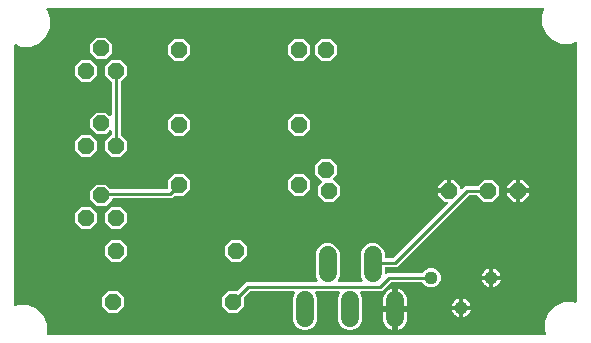
<source format=gbr>
G04 EAGLE Gerber RS-274X export*
G75*
%MOMM*%
%FSLAX34Y34*%
%LPD*%
%INBottom Copper*%
%IPPOS*%
%AMOC8*
5,1,8,0,0,1.08239X$1,22.5*%
G01*
%ADD10P,1.429621X8X22.500000*%
%ADD11C,1.524000*%
%ADD12C,1.117600*%
%ADD13P,1.429621X8X112.500000*%
%ADD14P,1.429621X8X202.500000*%
%ADD15C,0.254000*%

G36*
X459544Y2547D02*
X459544Y2547D01*
X459594Y2545D01*
X459701Y2567D01*
X459810Y2581D01*
X459856Y2599D01*
X459905Y2609D01*
X460004Y2657D01*
X460106Y2698D01*
X460146Y2727D01*
X460191Y2749D01*
X460274Y2820D01*
X460363Y2884D01*
X460395Y2923D01*
X460433Y2955D01*
X460496Y3045D01*
X460566Y3129D01*
X460587Y3174D01*
X460616Y3215D01*
X460655Y3318D01*
X460702Y3417D01*
X460711Y3466D01*
X460729Y3512D01*
X460741Y3622D01*
X460761Y3729D01*
X460758Y3779D01*
X460764Y3828D01*
X460748Y3937D01*
X460742Y4047D01*
X460726Y4094D01*
X460719Y4143D01*
X460667Y4296D01*
X459899Y6150D01*
X459899Y14170D01*
X462969Y21580D01*
X468640Y27251D01*
X476050Y30321D01*
X484070Y30321D01*
X485164Y29868D01*
X485212Y29854D01*
X485257Y29833D01*
X485365Y29813D01*
X485471Y29784D01*
X485521Y29783D01*
X485570Y29773D01*
X485679Y29780D01*
X485789Y29779D01*
X485837Y29790D01*
X485887Y29793D01*
X485991Y29827D01*
X486098Y29853D01*
X486142Y29876D01*
X486189Y29891D01*
X486282Y29950D01*
X486379Y30001D01*
X486416Y30035D01*
X486458Y30061D01*
X486533Y30141D01*
X486615Y30215D01*
X486642Y30257D01*
X486676Y30293D01*
X486729Y30389D01*
X486789Y30481D01*
X486806Y30528D01*
X486830Y30572D01*
X486857Y30678D01*
X486893Y30782D01*
X486897Y30831D01*
X486909Y30879D01*
X486919Y31040D01*
X486919Y249412D01*
X486913Y249461D01*
X486915Y249511D01*
X486893Y249618D01*
X486879Y249727D01*
X486861Y249774D01*
X486851Y249822D01*
X486803Y249921D01*
X486762Y250023D01*
X486733Y250063D01*
X486711Y250108D01*
X486640Y250191D01*
X486576Y250281D01*
X486537Y250312D01*
X486505Y250350D01*
X486415Y250413D01*
X486331Y250483D01*
X486286Y250505D01*
X486245Y250533D01*
X486142Y250572D01*
X486043Y250619D01*
X485994Y250628D01*
X485948Y250646D01*
X485838Y250658D01*
X485731Y250679D01*
X485681Y250676D01*
X485632Y250681D01*
X485523Y250666D01*
X485413Y250659D01*
X485366Y250644D01*
X485317Y250637D01*
X485164Y250585D01*
X481530Y249079D01*
X473510Y249079D01*
X466100Y252149D01*
X460429Y257820D01*
X457359Y265230D01*
X457359Y273250D01*
X459138Y277544D01*
X459146Y277574D01*
X459147Y277575D01*
X459147Y277577D01*
X459151Y277592D01*
X459172Y277637D01*
X459193Y277745D01*
X459222Y277851D01*
X459223Y277901D01*
X459232Y277950D01*
X459225Y278059D01*
X459227Y278169D01*
X459215Y278217D01*
X459212Y278267D01*
X459178Y278371D01*
X459153Y278478D01*
X459130Y278522D01*
X459114Y278569D01*
X459055Y278662D01*
X459004Y278759D01*
X458971Y278796D01*
X458944Y278838D01*
X458864Y278913D01*
X458790Y278995D01*
X458749Y279022D01*
X458712Y279056D01*
X458616Y279109D01*
X458524Y279169D01*
X458477Y279186D01*
X458434Y279210D01*
X458328Y279237D01*
X458224Y279273D01*
X458174Y279277D01*
X458126Y279289D01*
X457965Y279299D01*
X38823Y279299D01*
X38773Y279293D01*
X38724Y279295D01*
X38616Y279273D01*
X38507Y279259D01*
X38461Y279241D01*
X38412Y279231D01*
X38313Y279183D01*
X38211Y279142D01*
X38171Y279113D01*
X38127Y279091D01*
X38043Y279020D01*
X37954Y278956D01*
X37922Y278917D01*
X37885Y278885D01*
X37821Y278795D01*
X37751Y278711D01*
X37730Y278666D01*
X37701Y278625D01*
X37662Y278522D01*
X37616Y278423D01*
X37606Y278374D01*
X37589Y278328D01*
X37577Y278218D01*
X37556Y278111D01*
X37559Y278061D01*
X37553Y278012D01*
X37569Y277903D01*
X37576Y277793D01*
X37591Y277746D01*
X37598Y277697D01*
X37650Y277544D01*
X40481Y270710D01*
X40481Y262690D01*
X37411Y255280D01*
X31740Y249609D01*
X24330Y246539D01*
X16310Y246539D01*
X11916Y248359D01*
X11868Y248372D01*
X11823Y248394D01*
X11715Y248414D01*
X11609Y248443D01*
X11559Y248444D01*
X11510Y248453D01*
X11401Y248447D01*
X11291Y248448D01*
X11243Y248437D01*
X11193Y248434D01*
X11089Y248400D01*
X10982Y248374D01*
X10938Y248351D01*
X10891Y248336D01*
X10798Y248277D01*
X10701Y248225D01*
X10664Y248192D01*
X10622Y248165D01*
X10547Y248085D01*
X10465Y248012D01*
X10438Y247970D01*
X10404Y247934D01*
X10351Y247838D01*
X10291Y247746D01*
X10274Y247699D01*
X10250Y247655D01*
X10223Y247549D01*
X10187Y247445D01*
X10183Y247395D01*
X10171Y247347D01*
X10161Y247187D01*
X10161Y28185D01*
X10167Y28136D01*
X10165Y28086D01*
X10187Y27979D01*
X10201Y27870D01*
X10219Y27824D01*
X10229Y27775D01*
X10277Y27676D01*
X10318Y27574D01*
X10347Y27534D01*
X10369Y27489D01*
X10440Y27406D01*
X10504Y27317D01*
X10543Y27285D01*
X10575Y27247D01*
X10665Y27184D01*
X10749Y27114D01*
X10794Y27093D01*
X10835Y27064D01*
X10938Y27025D01*
X11037Y26978D01*
X11086Y26969D01*
X11132Y26951D01*
X11242Y26939D01*
X11349Y26919D01*
X11399Y26922D01*
X11448Y26916D01*
X11557Y26932D01*
X11667Y26938D01*
X11714Y26954D01*
X11763Y26961D01*
X11916Y27013D01*
X13770Y27781D01*
X21790Y27781D01*
X29200Y24711D01*
X34871Y19040D01*
X37941Y11630D01*
X37941Y3810D01*
X37956Y3692D01*
X37963Y3573D01*
X37976Y3535D01*
X37981Y3494D01*
X38024Y3384D01*
X38061Y3271D01*
X38083Y3236D01*
X38098Y3199D01*
X38167Y3103D01*
X38231Y3002D01*
X38261Y2974D01*
X38284Y2941D01*
X38376Y2865D01*
X38463Y2784D01*
X38498Y2764D01*
X38529Y2739D01*
X38637Y2688D01*
X38741Y2630D01*
X38781Y2620D01*
X38817Y2603D01*
X38934Y2581D01*
X39049Y2551D01*
X39109Y2547D01*
X39129Y2543D01*
X39150Y2545D01*
X39210Y2541D01*
X459495Y2541D01*
X459544Y2547D01*
G37*
%LPC*%
G36*
X254519Y6349D02*
X254519Y6349D01*
X250784Y7896D01*
X247926Y10754D01*
X246379Y14489D01*
X246379Y33771D01*
X247971Y37614D01*
X247983Y37656D01*
X247997Y37687D01*
X247998Y37691D01*
X248005Y37707D01*
X248026Y37815D01*
X248055Y37921D01*
X248056Y37971D01*
X248065Y38020D01*
X248058Y38129D01*
X248060Y38239D01*
X248049Y38287D01*
X248045Y38337D01*
X248012Y38441D01*
X247986Y38548D01*
X247963Y38592D01*
X247947Y38639D01*
X247889Y38732D01*
X247837Y38829D01*
X247804Y38866D01*
X247777Y38908D01*
X247697Y38983D01*
X247623Y39065D01*
X247582Y39092D01*
X247546Y39126D01*
X247449Y39179D01*
X247358Y39239D01*
X247311Y39256D01*
X247267Y39280D01*
X247161Y39307D01*
X247057Y39343D01*
X247007Y39347D01*
X246959Y39359D01*
X246799Y39369D01*
X210384Y39369D01*
X210286Y39357D01*
X210187Y39354D01*
X210129Y39337D01*
X210069Y39329D01*
X209977Y39293D01*
X209881Y39265D01*
X209829Y39235D01*
X209773Y39212D01*
X209693Y39154D01*
X209608Y39104D01*
X209532Y39038D01*
X209516Y39026D01*
X209508Y39016D01*
X209496Y39006D01*
X209495Y39005D01*
X209487Y38998D01*
X205096Y34607D01*
X205036Y34529D01*
X204968Y34457D01*
X204939Y34404D01*
X204902Y34356D01*
X204862Y34265D01*
X204814Y34178D01*
X204799Y34120D01*
X204775Y34064D01*
X204760Y33966D01*
X204735Y33870D01*
X204729Y33770D01*
X204725Y33750D01*
X204727Y33738D01*
X204725Y33710D01*
X204725Y26692D01*
X199368Y21335D01*
X191792Y21335D01*
X186435Y26692D01*
X186435Y34268D01*
X191792Y39625D01*
X198810Y39625D01*
X198908Y39637D01*
X199007Y39640D01*
X199065Y39657D01*
X199125Y39665D01*
X199217Y39701D01*
X199313Y39729D01*
X199365Y39759D01*
X199421Y39782D01*
X199501Y39840D01*
X199586Y39890D01*
X199662Y39956D01*
X199678Y39968D01*
X199686Y39978D01*
X199707Y39996D01*
X206702Y46991D01*
X265849Y46991D01*
X265898Y46997D01*
X265947Y46995D01*
X266055Y47017D01*
X266164Y47031D01*
X266210Y47049D01*
X266259Y47059D01*
X266358Y47107D01*
X266460Y47148D01*
X266500Y47177D01*
X266545Y47199D01*
X266628Y47270D01*
X266717Y47334D01*
X266749Y47373D01*
X266787Y47405D01*
X266850Y47495D01*
X266920Y47579D01*
X266941Y47624D01*
X266970Y47665D01*
X267009Y47768D01*
X267055Y47867D01*
X267065Y47916D01*
X267082Y47962D01*
X267095Y48072D01*
X267115Y48179D01*
X267112Y48229D01*
X267118Y48278D01*
X267102Y48387D01*
X267095Y48497D01*
X267080Y48544D01*
X267073Y48593D01*
X267021Y48746D01*
X265429Y52589D01*
X265429Y71871D01*
X266976Y75606D01*
X269834Y78464D01*
X273569Y80011D01*
X277611Y80011D01*
X281346Y78464D01*
X284204Y75606D01*
X285751Y71871D01*
X285751Y52589D01*
X284159Y48746D01*
X284146Y48698D01*
X284125Y48653D01*
X284104Y48545D01*
X284075Y48439D01*
X284074Y48389D01*
X284065Y48340D01*
X284072Y48231D01*
X284070Y48121D01*
X284081Y48073D01*
X284085Y48023D01*
X284118Y47919D01*
X284144Y47812D01*
X284167Y47768D01*
X284183Y47721D01*
X284241Y47628D01*
X284293Y47531D01*
X284326Y47494D01*
X284353Y47452D01*
X284433Y47377D01*
X284507Y47295D01*
X284548Y47268D01*
X284584Y47234D01*
X284681Y47181D01*
X284772Y47121D01*
X284819Y47104D01*
X284863Y47080D01*
X284969Y47053D01*
X285073Y47017D01*
X285123Y47013D01*
X285171Y47001D01*
X285331Y46991D01*
X303949Y46991D01*
X303998Y46997D01*
X304047Y46995D01*
X304155Y47017D01*
X304264Y47031D01*
X304310Y47049D01*
X304359Y47059D01*
X304458Y47107D01*
X304560Y47148D01*
X304600Y47177D01*
X304645Y47199D01*
X304728Y47270D01*
X304817Y47334D01*
X304849Y47373D01*
X304887Y47405D01*
X304950Y47495D01*
X305020Y47579D01*
X305041Y47624D01*
X305070Y47665D01*
X305109Y47768D01*
X305155Y47867D01*
X305165Y47916D01*
X305182Y47962D01*
X305195Y48072D01*
X305215Y48179D01*
X305212Y48229D01*
X305218Y48278D01*
X305202Y48387D01*
X305195Y48497D01*
X305180Y48544D01*
X305173Y48593D01*
X305121Y48746D01*
X303529Y52589D01*
X303529Y71871D01*
X305076Y75606D01*
X307934Y78464D01*
X311669Y80011D01*
X315711Y80011D01*
X319446Y78464D01*
X322304Y75606D01*
X323851Y71871D01*
X323851Y68580D01*
X323866Y68462D01*
X323873Y68343D01*
X323886Y68305D01*
X323891Y68264D01*
X323934Y68154D01*
X323971Y68041D01*
X323993Y68006D01*
X324008Y67969D01*
X324077Y67873D01*
X324141Y67772D01*
X324171Y67744D01*
X324194Y67711D01*
X324286Y67635D01*
X324373Y67554D01*
X324408Y67534D01*
X324439Y67509D01*
X324547Y67458D01*
X324651Y67400D01*
X324691Y67390D01*
X324727Y67373D01*
X324844Y67351D01*
X324959Y67321D01*
X325019Y67317D01*
X325039Y67313D01*
X325060Y67315D01*
X325120Y67311D01*
X330636Y67311D01*
X330734Y67323D01*
X330833Y67326D01*
X330891Y67343D01*
X330951Y67351D01*
X331043Y67387D01*
X331139Y67415D01*
X331191Y67445D01*
X331247Y67468D01*
X331327Y67526D01*
X331412Y67576D01*
X331488Y67642D01*
X331504Y67654D01*
X331512Y67664D01*
X331533Y67682D01*
X376999Y113149D01*
X377085Y113258D01*
X377173Y113365D01*
X377182Y113384D01*
X377194Y113400D01*
X377250Y113528D01*
X377309Y113653D01*
X377313Y113673D01*
X377321Y113692D01*
X377343Y113830D01*
X377369Y113966D01*
X377367Y113986D01*
X377370Y114006D01*
X377357Y114145D01*
X377349Y114283D01*
X377343Y114302D01*
X377341Y114322D01*
X377293Y114454D01*
X377251Y114585D01*
X377240Y114603D01*
X377233Y114622D01*
X377155Y114737D01*
X377081Y114854D01*
X377066Y114868D01*
X377054Y114885D01*
X376950Y114977D01*
X376849Y115072D01*
X376831Y115082D01*
X376816Y115095D01*
X376692Y115158D01*
X376570Y115226D01*
X376551Y115231D01*
X376533Y115240D01*
X376397Y115270D01*
X376263Y115305D01*
X376234Y115307D01*
X376222Y115310D01*
X376202Y115309D01*
X376102Y115315D01*
X374672Y115315D01*
X369315Y120672D01*
X369315Y122429D01*
X377698Y122429D01*
X377816Y122444D01*
X377935Y122451D01*
X377973Y122463D01*
X378013Y122469D01*
X378124Y122512D01*
X378237Y122549D01*
X378271Y122571D01*
X378309Y122586D01*
X378405Y122655D01*
X378506Y122719D01*
X378534Y122749D01*
X378566Y122772D01*
X378642Y122864D01*
X378724Y122951D01*
X378743Y122986D01*
X378769Y123017D01*
X378820Y123125D01*
X378877Y123229D01*
X378887Y123269D01*
X378905Y123305D01*
X378927Y123422D01*
X378957Y123537D01*
X378961Y123597D01*
X378964Y123617D01*
X378963Y123638D01*
X378967Y123698D01*
X378967Y123953D01*
X379222Y123953D01*
X379340Y123968D01*
X379459Y123975D01*
X379497Y123988D01*
X379538Y123993D01*
X379648Y124037D01*
X379761Y124073D01*
X379796Y124095D01*
X379833Y124110D01*
X379929Y124180D01*
X380030Y124243D01*
X380058Y124273D01*
X380091Y124297D01*
X380167Y124388D01*
X380248Y124475D01*
X380268Y124510D01*
X380293Y124542D01*
X380344Y124649D01*
X380402Y124754D01*
X380412Y124793D01*
X380429Y124829D01*
X380451Y124946D01*
X380481Y125062D01*
X380485Y125122D01*
X380489Y125142D01*
X380487Y125162D01*
X380491Y125222D01*
X380491Y133605D01*
X382248Y133605D01*
X387605Y128248D01*
X387605Y126818D01*
X387622Y126681D01*
X387635Y126542D01*
X387642Y126523D01*
X387645Y126503D01*
X387696Y126373D01*
X387743Y126243D01*
X387754Y126226D01*
X387762Y126207D01*
X387843Y126094D01*
X387921Y125979D01*
X387936Y125966D01*
X387948Y125950D01*
X388056Y125861D01*
X388160Y125769D01*
X388178Y125760D01*
X388193Y125747D01*
X388319Y125688D01*
X388443Y125624D01*
X388463Y125620D01*
X388481Y125611D01*
X388617Y125585D01*
X388753Y125555D01*
X388774Y125555D01*
X388793Y125551D01*
X388932Y125560D01*
X389071Y125564D01*
X389091Y125570D01*
X389111Y125571D01*
X389243Y125614D01*
X389377Y125653D01*
X389394Y125663D01*
X389413Y125669D01*
X389531Y125743D01*
X389651Y125814D01*
X389672Y125833D01*
X389682Y125839D01*
X389696Y125854D01*
X389771Y125921D01*
X392122Y128271D01*
X401832Y128271D01*
X401931Y128283D01*
X402030Y128286D01*
X402088Y128303D01*
X402148Y128311D01*
X402240Y128347D01*
X402335Y128375D01*
X402387Y128405D01*
X402444Y128428D01*
X402524Y128486D01*
X402609Y128536D01*
X402684Y128602D01*
X402701Y128614D01*
X402709Y128624D01*
X402730Y128642D01*
X407692Y133605D01*
X415268Y133605D01*
X420625Y128248D01*
X420625Y120672D01*
X415268Y115315D01*
X407692Y115315D01*
X402730Y120278D01*
X402652Y120338D01*
X402580Y120406D01*
X402527Y120435D01*
X402479Y120472D01*
X402388Y120512D01*
X402301Y120560D01*
X402242Y120575D01*
X402187Y120599D01*
X402089Y120614D01*
X401993Y120639D01*
X401893Y120645D01*
X401873Y120649D01*
X401860Y120647D01*
X401832Y120649D01*
X395804Y120649D01*
X395706Y120637D01*
X395607Y120634D01*
X395549Y120617D01*
X395489Y120609D01*
X395397Y120573D01*
X395301Y120545D01*
X395249Y120515D01*
X395193Y120492D01*
X395113Y120434D01*
X395028Y120384D01*
X394952Y120318D01*
X394936Y120306D01*
X394928Y120296D01*
X394907Y120278D01*
X334318Y59689D01*
X325120Y59689D01*
X325002Y59674D01*
X324883Y59667D01*
X324845Y59654D01*
X324804Y59649D01*
X324694Y59606D01*
X324581Y59569D01*
X324546Y59547D01*
X324509Y59532D01*
X324413Y59463D01*
X324312Y59399D01*
X324284Y59369D01*
X324251Y59346D01*
X324175Y59254D01*
X324094Y59167D01*
X324074Y59132D01*
X324049Y59101D01*
X323998Y58993D01*
X323940Y58889D01*
X323930Y58849D01*
X323913Y58813D01*
X323891Y58696D01*
X323861Y58581D01*
X323857Y58521D01*
X323853Y58501D01*
X323855Y58480D01*
X323854Y58472D01*
X323853Y58468D01*
X323854Y58464D01*
X323851Y58420D01*
X323851Y55444D01*
X323868Y55306D01*
X323881Y55168D01*
X323888Y55149D01*
X323891Y55129D01*
X323942Y54999D01*
X323989Y54868D01*
X324000Y54852D01*
X324008Y54833D01*
X324089Y54721D01*
X324167Y54605D01*
X324183Y54592D01*
X324194Y54576D01*
X324301Y54487D01*
X324406Y54395D01*
X324424Y54386D01*
X324439Y54373D01*
X324565Y54314D01*
X324689Y54250D01*
X324709Y54246D01*
X324727Y54237D01*
X324863Y54211D01*
X324999Y54181D01*
X325020Y54181D01*
X325039Y54177D01*
X325178Y54186D01*
X325317Y54190D01*
X325337Y54196D01*
X325357Y54197D01*
X325489Y54240D01*
X325623Y54279D01*
X325640Y54289D01*
X325659Y54295D01*
X325777Y54370D01*
X325897Y54440D01*
X325918Y54459D01*
X325928Y54465D01*
X325942Y54480D01*
X326018Y54547D01*
X326082Y54611D01*
X355152Y54611D01*
X355181Y54614D01*
X355211Y54612D01*
X355338Y54634D01*
X355467Y54651D01*
X355495Y54661D01*
X355524Y54667D01*
X355642Y54720D01*
X355763Y54768D01*
X355787Y54785D01*
X355814Y54797D01*
X355915Y54878D01*
X356020Y54954D01*
X356039Y54977D01*
X356062Y54996D01*
X356141Y55100D01*
X356223Y55199D01*
X356236Y55226D01*
X356254Y55250D01*
X356325Y55394D01*
X356329Y55405D01*
X358615Y57691D01*
X361603Y58929D01*
X364837Y58929D01*
X367825Y57691D01*
X370111Y55405D01*
X371349Y52417D01*
X371349Y49183D01*
X370111Y46195D01*
X367825Y43909D01*
X364837Y42671D01*
X361603Y42671D01*
X358615Y43909D01*
X356329Y46195D01*
X356325Y46206D01*
X356315Y46222D01*
X356311Y46235D01*
X356307Y46242D01*
X356301Y46259D01*
X356231Y46369D01*
X356167Y46482D01*
X356146Y46503D01*
X356131Y46528D01*
X356036Y46617D01*
X355946Y46710D01*
X355920Y46726D01*
X355899Y46746D01*
X355785Y46809D01*
X355675Y46877D01*
X355646Y46885D01*
X355621Y46900D01*
X355495Y46932D01*
X355371Y46970D01*
X355341Y46972D01*
X355313Y46979D01*
X355152Y46989D01*
X329764Y46989D01*
X329666Y46977D01*
X329567Y46974D01*
X329509Y46957D01*
X329449Y46949D01*
X329357Y46913D01*
X329261Y46885D01*
X329209Y46855D01*
X329153Y46832D01*
X329073Y46774D01*
X328988Y46724D01*
X328912Y46658D01*
X328896Y46646D01*
X328888Y46636D01*
X328867Y46618D01*
X321618Y39369D01*
X304381Y39369D01*
X304332Y39363D01*
X304283Y39365D01*
X304175Y39343D01*
X304066Y39329D01*
X304020Y39311D01*
X303971Y39301D01*
X303872Y39253D01*
X303770Y39212D01*
X303730Y39183D01*
X303685Y39161D01*
X303602Y39090D01*
X303513Y39026D01*
X303481Y38987D01*
X303443Y38955D01*
X303380Y38865D01*
X303310Y38781D01*
X303289Y38736D01*
X303260Y38695D01*
X303221Y38592D01*
X303175Y38493D01*
X303165Y38444D01*
X303148Y38398D01*
X303135Y38288D01*
X303115Y38181D01*
X303118Y38131D01*
X303112Y38082D01*
X303128Y37973D01*
X303135Y37863D01*
X303150Y37816D01*
X303157Y37767D01*
X303209Y37614D01*
X304801Y33771D01*
X304801Y14489D01*
X303254Y10754D01*
X300396Y7896D01*
X296661Y6349D01*
X292619Y6349D01*
X288884Y7896D01*
X286026Y10754D01*
X284479Y14489D01*
X284479Y33771D01*
X286071Y37614D01*
X286083Y37656D01*
X286097Y37687D01*
X286098Y37691D01*
X286105Y37707D01*
X286126Y37815D01*
X286155Y37921D01*
X286156Y37971D01*
X286165Y38020D01*
X286158Y38129D01*
X286160Y38239D01*
X286149Y38287D01*
X286145Y38337D01*
X286112Y38441D01*
X286086Y38548D01*
X286063Y38592D01*
X286047Y38639D01*
X285989Y38732D01*
X285937Y38829D01*
X285904Y38866D01*
X285877Y38908D01*
X285797Y38983D01*
X285723Y39065D01*
X285682Y39092D01*
X285646Y39126D01*
X285549Y39179D01*
X285458Y39239D01*
X285411Y39256D01*
X285367Y39280D01*
X285261Y39307D01*
X285157Y39343D01*
X285107Y39347D01*
X285059Y39359D01*
X284899Y39369D01*
X266281Y39369D01*
X266232Y39363D01*
X266183Y39365D01*
X266075Y39343D01*
X265966Y39329D01*
X265920Y39311D01*
X265871Y39301D01*
X265772Y39253D01*
X265670Y39212D01*
X265630Y39183D01*
X265585Y39161D01*
X265502Y39090D01*
X265413Y39026D01*
X265381Y38987D01*
X265343Y38955D01*
X265280Y38865D01*
X265210Y38781D01*
X265189Y38736D01*
X265160Y38695D01*
X265121Y38592D01*
X265075Y38493D01*
X265065Y38444D01*
X265048Y38398D01*
X265035Y38288D01*
X265015Y38181D01*
X265018Y38131D01*
X265012Y38082D01*
X265028Y37973D01*
X265035Y37863D01*
X265050Y37816D01*
X265057Y37767D01*
X265109Y37614D01*
X266701Y33771D01*
X266701Y14489D01*
X265154Y10754D01*
X262296Y7896D01*
X258561Y6349D01*
X254519Y6349D01*
G37*
%LPD*%
%LPC*%
G36*
X92732Y153415D02*
X92732Y153415D01*
X87375Y158772D01*
X87375Y166348D01*
X92338Y171310D01*
X92398Y171388D01*
X92466Y171460D01*
X92495Y171513D01*
X92532Y171561D01*
X92572Y171652D01*
X92620Y171739D01*
X92635Y171798D01*
X92659Y171853D01*
X92674Y171951D01*
X92699Y172047D01*
X92705Y172147D01*
X92709Y172167D01*
X92707Y172180D01*
X92709Y172208D01*
X92709Y174502D01*
X92692Y174640D01*
X92679Y174779D01*
X92672Y174798D01*
X92669Y174818D01*
X92618Y174947D01*
X92571Y175078D01*
X92560Y175095D01*
X92552Y175114D01*
X92471Y175226D01*
X92393Y175341D01*
X92377Y175355D01*
X92366Y175371D01*
X92258Y175460D01*
X92154Y175552D01*
X92136Y175561D01*
X92121Y175574D01*
X91995Y175633D01*
X91871Y175696D01*
X91851Y175701D01*
X91833Y175709D01*
X91697Y175735D01*
X91561Y175766D01*
X91540Y175765D01*
X91521Y175769D01*
X91382Y175761D01*
X91243Y175756D01*
X91223Y175751D01*
X91203Y175749D01*
X91071Y175707D01*
X90937Y175668D01*
X90920Y175658D01*
X90901Y175651D01*
X90783Y175577D01*
X90663Y175506D01*
X90642Y175488D01*
X90632Y175481D01*
X90618Y175466D01*
X90543Y175400D01*
X87608Y172465D01*
X80032Y172465D01*
X74675Y177822D01*
X74675Y185398D01*
X80032Y190755D01*
X87608Y190755D01*
X90543Y187820D01*
X90652Y187735D01*
X90759Y187646D01*
X90778Y187638D01*
X90794Y187625D01*
X90922Y187570D01*
X91047Y187511D01*
X91067Y187507D01*
X91086Y187499D01*
X91224Y187477D01*
X91360Y187451D01*
X91380Y187452D01*
X91400Y187449D01*
X91539Y187462D01*
X91677Y187471D01*
X91696Y187477D01*
X91716Y187479D01*
X91848Y187526D01*
X91979Y187569D01*
X91997Y187579D01*
X92016Y187586D01*
X92131Y187664D01*
X92248Y187739D01*
X92262Y187754D01*
X92279Y187765D01*
X92371Y187869D01*
X92466Y187970D01*
X92476Y187988D01*
X92489Y188003D01*
X92553Y188127D01*
X92620Y188249D01*
X92625Y188268D01*
X92634Y188287D01*
X92664Y188422D01*
X92699Y188557D01*
X92701Y188585D01*
X92704Y188597D01*
X92703Y188617D01*
X92709Y188718D01*
X92709Y216412D01*
X92697Y216511D01*
X92694Y216610D01*
X92677Y216668D01*
X92669Y216728D01*
X92633Y216820D01*
X92605Y216915D01*
X92575Y216967D01*
X92552Y217024D01*
X92494Y217104D01*
X92444Y217189D01*
X92378Y217264D01*
X92366Y217281D01*
X92356Y217289D01*
X92338Y217310D01*
X87375Y222272D01*
X87375Y229848D01*
X92732Y235205D01*
X100308Y235205D01*
X105665Y229848D01*
X105665Y222272D01*
X100702Y217310D01*
X100642Y217232D01*
X100574Y217160D01*
X100545Y217107D01*
X100508Y217059D01*
X100468Y216968D01*
X100420Y216881D01*
X100405Y216822D01*
X100381Y216767D01*
X100366Y216669D01*
X100341Y216573D01*
X100335Y216473D01*
X100331Y216453D01*
X100333Y216440D01*
X100331Y216412D01*
X100331Y172208D01*
X100343Y172109D01*
X100346Y172010D01*
X100363Y171952D01*
X100371Y171892D01*
X100407Y171800D01*
X100435Y171705D01*
X100465Y171653D01*
X100488Y171596D01*
X100546Y171516D01*
X100596Y171431D01*
X100662Y171356D01*
X100674Y171339D01*
X100684Y171331D01*
X100702Y171310D01*
X105665Y166348D01*
X105665Y158772D01*
X100308Y153415D01*
X92732Y153415D01*
G37*
%LPD*%
%LPC*%
G36*
X80032Y111505D02*
X80032Y111505D01*
X74675Y116862D01*
X74675Y124438D01*
X80032Y129795D01*
X87608Y129795D01*
X91300Y126102D01*
X91378Y126042D01*
X91450Y125974D01*
X91503Y125945D01*
X91551Y125908D01*
X91642Y125868D01*
X91729Y125820D01*
X91788Y125805D01*
X91843Y125781D01*
X91941Y125766D01*
X92037Y125741D01*
X92137Y125735D01*
X92157Y125731D01*
X92170Y125733D01*
X92198Y125731D01*
X139446Y125731D01*
X139564Y125746D01*
X139683Y125753D01*
X139721Y125766D01*
X139762Y125771D01*
X139872Y125814D01*
X139985Y125851D01*
X140020Y125873D01*
X140057Y125888D01*
X140153Y125957D01*
X140254Y126021D01*
X140282Y126051D01*
X140315Y126074D01*
X140391Y126166D01*
X140472Y126253D01*
X140492Y126288D01*
X140517Y126319D01*
X140568Y126427D01*
X140626Y126531D01*
X140636Y126571D01*
X140653Y126607D01*
X140675Y126724D01*
X140705Y126839D01*
X140709Y126899D01*
X140713Y126919D01*
X140711Y126940D01*
X140715Y127000D01*
X140715Y133328D01*
X146072Y138685D01*
X153648Y138685D01*
X159005Y133328D01*
X159005Y125752D01*
X153648Y120395D01*
X146630Y120395D01*
X146532Y120383D01*
X146433Y120380D01*
X146375Y120363D01*
X146315Y120355D01*
X146223Y120319D01*
X146127Y120291D01*
X146075Y120261D01*
X146019Y120238D01*
X145939Y120180D01*
X145854Y120130D01*
X145778Y120064D01*
X145762Y120052D01*
X145754Y120042D01*
X145733Y120024D01*
X143818Y118109D01*
X94234Y118109D01*
X94116Y118094D01*
X93997Y118087D01*
X93959Y118074D01*
X93918Y118069D01*
X93808Y118026D01*
X93695Y117989D01*
X93660Y117967D01*
X93623Y117952D01*
X93527Y117883D01*
X93426Y117819D01*
X93398Y117789D01*
X93365Y117766D01*
X93289Y117674D01*
X93208Y117587D01*
X93188Y117552D01*
X93163Y117521D01*
X93112Y117413D01*
X93054Y117309D01*
X93044Y117269D01*
X93027Y117233D01*
X93005Y117116D01*
X92975Y117001D01*
X92971Y116941D01*
X92967Y116921D01*
X92969Y116900D01*
X92966Y116864D01*
X87608Y111505D01*
X80032Y111505D01*
G37*
%LPD*%
%LPC*%
G36*
X273072Y115315D02*
X273072Y115315D01*
X267715Y120672D01*
X267715Y128248D01*
X270650Y131182D01*
X270723Y131277D01*
X270802Y131366D01*
X270820Y131402D01*
X270845Y131434D01*
X270892Y131543D01*
X270946Y131649D01*
X270955Y131688D01*
X270971Y131726D01*
X270990Y131843D01*
X271016Y131959D01*
X271015Y132000D01*
X271021Y132040D01*
X271010Y132158D01*
X271006Y132277D01*
X270995Y132316D01*
X270991Y132356D01*
X270951Y132469D01*
X270918Y132583D01*
X270897Y132617D01*
X270884Y132656D01*
X270817Y132754D01*
X270756Y132857D01*
X270716Y132902D01*
X270705Y132919D01*
X270690Y132932D01*
X270650Y132977D01*
X265175Y138452D01*
X265175Y146028D01*
X270532Y151385D01*
X278108Y151385D01*
X283465Y146028D01*
X283465Y138452D01*
X280530Y135517D01*
X280457Y135423D01*
X280378Y135334D01*
X280360Y135298D01*
X280335Y135266D01*
X280288Y135157D01*
X280234Y135051D01*
X280225Y135012D01*
X280209Y134974D01*
X280190Y134857D01*
X280164Y134741D01*
X280165Y134700D01*
X280159Y134660D01*
X280170Y134542D01*
X280174Y134423D01*
X280185Y134384D01*
X280189Y134344D01*
X280229Y134231D01*
X280262Y134117D01*
X280283Y134082D01*
X280296Y134044D01*
X280363Y133946D01*
X280424Y133843D01*
X280463Y133798D01*
X280475Y133781D01*
X280490Y133768D01*
X280530Y133722D01*
X286005Y128248D01*
X286005Y120672D01*
X280648Y115315D01*
X273072Y115315D01*
G37*
%LPD*%
%LPC*%
G36*
X80032Y235965D02*
X80032Y235965D01*
X74675Y241322D01*
X74675Y248898D01*
X80032Y254255D01*
X87608Y254255D01*
X92965Y248898D01*
X92965Y241322D01*
X87608Y235965D01*
X80032Y235965D01*
G37*
%LPD*%
%LPC*%
G36*
X270532Y234695D02*
X270532Y234695D01*
X265175Y240052D01*
X265175Y247628D01*
X270532Y252985D01*
X278108Y252985D01*
X283465Y247628D01*
X283465Y240052D01*
X278108Y234695D01*
X270532Y234695D01*
G37*
%LPD*%
%LPC*%
G36*
X247672Y234695D02*
X247672Y234695D01*
X242315Y240052D01*
X242315Y247628D01*
X247672Y252985D01*
X255248Y252985D01*
X260605Y247628D01*
X260605Y240052D01*
X255248Y234695D01*
X247672Y234695D01*
G37*
%LPD*%
%LPC*%
G36*
X146072Y234695D02*
X146072Y234695D01*
X140715Y240052D01*
X140715Y247628D01*
X146072Y252985D01*
X153648Y252985D01*
X159005Y247628D01*
X159005Y240052D01*
X153648Y234695D01*
X146072Y234695D01*
G37*
%LPD*%
%LPC*%
G36*
X67332Y216915D02*
X67332Y216915D01*
X61975Y222272D01*
X61975Y229848D01*
X67332Y235205D01*
X74908Y235205D01*
X80265Y229848D01*
X80265Y222272D01*
X74908Y216915D01*
X67332Y216915D01*
G37*
%LPD*%
%LPC*%
G36*
X247672Y171195D02*
X247672Y171195D01*
X242315Y176552D01*
X242315Y184128D01*
X247672Y189485D01*
X255248Y189485D01*
X260605Y184128D01*
X260605Y176552D01*
X255248Y171195D01*
X247672Y171195D01*
G37*
%LPD*%
%LPC*%
G36*
X146072Y171195D02*
X146072Y171195D01*
X140715Y176552D01*
X140715Y184128D01*
X146072Y189485D01*
X153648Y189485D01*
X159005Y184128D01*
X159005Y176552D01*
X153648Y171195D01*
X146072Y171195D01*
G37*
%LPD*%
%LPC*%
G36*
X67332Y153415D02*
X67332Y153415D01*
X61975Y158772D01*
X61975Y166348D01*
X67332Y171705D01*
X74908Y171705D01*
X80265Y166348D01*
X80265Y158772D01*
X74908Y153415D01*
X67332Y153415D01*
G37*
%LPD*%
%LPC*%
G36*
X247672Y120395D02*
X247672Y120395D01*
X242315Y125752D01*
X242315Y133328D01*
X247672Y138685D01*
X255248Y138685D01*
X260605Y133328D01*
X260605Y125752D01*
X255248Y120395D01*
X247672Y120395D01*
G37*
%LPD*%
%LPC*%
G36*
X92732Y64515D02*
X92732Y64515D01*
X87375Y69872D01*
X87375Y77448D01*
X92732Y82805D01*
X100308Y82805D01*
X105665Y77448D01*
X105665Y69872D01*
X100308Y64515D01*
X92732Y64515D01*
G37*
%LPD*%
%LPC*%
G36*
X194332Y64515D02*
X194332Y64515D01*
X188975Y69872D01*
X188975Y77448D01*
X194332Y82805D01*
X201908Y82805D01*
X207265Y77448D01*
X207265Y69872D01*
X201908Y64515D01*
X194332Y64515D01*
G37*
%LPD*%
%LPC*%
G36*
X67332Y92455D02*
X67332Y92455D01*
X61975Y97812D01*
X61975Y105388D01*
X67332Y110745D01*
X74908Y110745D01*
X80265Y105388D01*
X80265Y97812D01*
X74908Y92455D01*
X67332Y92455D01*
G37*
%LPD*%
%LPC*%
G36*
X92732Y92455D02*
X92732Y92455D01*
X87375Y97812D01*
X87375Y105388D01*
X92732Y110745D01*
X100308Y110745D01*
X105665Y105388D01*
X105665Y97812D01*
X100308Y92455D01*
X92732Y92455D01*
G37*
%LPD*%
%LPC*%
G36*
X90192Y21335D02*
X90192Y21335D01*
X84835Y26692D01*
X84835Y34268D01*
X90192Y39625D01*
X97768Y39625D01*
X103125Y34268D01*
X103125Y26692D01*
X97768Y21335D01*
X90192Y21335D01*
G37*
%LPD*%
%LPC*%
G36*
X335279Y26669D02*
X335279Y26669D01*
X335279Y41609D01*
X336640Y41166D01*
X338065Y40440D01*
X339359Y39500D01*
X340490Y38369D01*
X341430Y37075D01*
X342156Y35650D01*
X342651Y34129D01*
X342901Y32550D01*
X342901Y26669D01*
X335279Y26669D01*
G37*
%LPD*%
%LPC*%
G36*
X335279Y21591D02*
X335279Y21591D01*
X342901Y21591D01*
X342901Y15710D01*
X342651Y14131D01*
X342156Y12610D01*
X341430Y11185D01*
X340490Y9891D01*
X339359Y8760D01*
X338065Y7820D01*
X336640Y7094D01*
X335279Y6651D01*
X335279Y21591D01*
G37*
%LPD*%
%LPC*%
G36*
X322579Y26669D02*
X322579Y26669D01*
X322579Y32550D01*
X322829Y34129D01*
X323324Y35650D01*
X324050Y37075D01*
X324990Y38369D01*
X326121Y39500D01*
X327415Y40440D01*
X328840Y41166D01*
X330201Y41609D01*
X330201Y26669D01*
X322579Y26669D01*
G37*
%LPD*%
%LPC*%
G36*
X328840Y7094D02*
X328840Y7094D01*
X327415Y7820D01*
X326121Y8760D01*
X324990Y9891D01*
X324050Y11185D01*
X323324Y12610D01*
X322829Y14131D01*
X322579Y15710D01*
X322579Y21591D01*
X330201Y21591D01*
X330201Y6651D01*
X328840Y7094D01*
G37*
%LPD*%
%LPC*%
G36*
X438911Y126491D02*
X438911Y126491D01*
X438911Y133605D01*
X440668Y133605D01*
X446025Y128248D01*
X446025Y126491D01*
X438911Y126491D01*
G37*
%LPD*%
%LPC*%
G36*
X369315Y126491D02*
X369315Y126491D01*
X369315Y128248D01*
X374672Y133605D01*
X376429Y133605D01*
X376429Y126491D01*
X369315Y126491D01*
G37*
%LPD*%
%LPC*%
G36*
X427735Y126491D02*
X427735Y126491D01*
X427735Y128248D01*
X433092Y133605D01*
X434849Y133605D01*
X434849Y126491D01*
X427735Y126491D01*
G37*
%LPD*%
%LPC*%
G36*
X438911Y115315D02*
X438911Y115315D01*
X438911Y122429D01*
X446025Y122429D01*
X446025Y120672D01*
X440668Y115315D01*
X438911Y115315D01*
G37*
%LPD*%
%LPC*%
G36*
X433092Y115315D02*
X433092Y115315D01*
X427735Y120672D01*
X427735Y122429D01*
X434849Y122429D01*
X434849Y115315D01*
X433092Y115315D01*
G37*
%LPD*%
%LPC*%
G36*
X415543Y52323D02*
X415543Y52323D01*
X415543Y58785D01*
X416391Y58616D01*
X417870Y58004D01*
X419202Y57114D01*
X420334Y55982D01*
X421224Y54650D01*
X421836Y53171D01*
X422005Y52323D01*
X415543Y52323D01*
G37*
%LPD*%
%LPC*%
G36*
X390143Y26923D02*
X390143Y26923D01*
X390143Y33385D01*
X390991Y33216D01*
X392470Y32604D01*
X393802Y31714D01*
X394934Y30582D01*
X395824Y29250D01*
X396436Y27771D01*
X396605Y26923D01*
X390143Y26923D01*
G37*
%LPD*%
%LPC*%
G36*
X406035Y52323D02*
X406035Y52323D01*
X406204Y53171D01*
X406816Y54650D01*
X407706Y55982D01*
X408838Y57114D01*
X410170Y58004D01*
X411649Y58616D01*
X412497Y58785D01*
X412497Y52323D01*
X406035Y52323D01*
G37*
%LPD*%
%LPC*%
G36*
X415543Y49277D02*
X415543Y49277D01*
X422005Y49277D01*
X421836Y48429D01*
X421224Y46950D01*
X420334Y45618D01*
X419202Y44486D01*
X417870Y43596D01*
X416391Y42984D01*
X415543Y42815D01*
X415543Y49277D01*
G37*
%LPD*%
%LPC*%
G36*
X380635Y26923D02*
X380635Y26923D01*
X380804Y27771D01*
X381416Y29250D01*
X382306Y30582D01*
X383438Y31714D01*
X384770Y32604D01*
X386249Y33216D01*
X387097Y33385D01*
X387097Y26923D01*
X380635Y26923D01*
G37*
%LPD*%
%LPC*%
G36*
X390143Y23877D02*
X390143Y23877D01*
X396605Y23877D01*
X396436Y23029D01*
X395824Y21550D01*
X394934Y20218D01*
X393802Y19086D01*
X392470Y18196D01*
X390991Y17584D01*
X390143Y17415D01*
X390143Y23877D01*
G37*
%LPD*%
%LPC*%
G36*
X411649Y42984D02*
X411649Y42984D01*
X410170Y43596D01*
X408838Y44486D01*
X407706Y45618D01*
X406816Y46950D01*
X406204Y48429D01*
X406035Y49277D01*
X412497Y49277D01*
X412497Y42815D01*
X411649Y42984D01*
G37*
%LPD*%
%LPC*%
G36*
X386249Y17584D02*
X386249Y17584D01*
X384770Y18196D01*
X383438Y19086D01*
X382306Y20218D01*
X381416Y21550D01*
X380804Y23029D01*
X380635Y23877D01*
X387097Y23877D01*
X387097Y17415D01*
X386249Y17584D01*
G37*
%LPD*%
%LPC*%
G36*
X332739Y24129D02*
X332739Y24129D01*
X332739Y24131D01*
X332741Y24131D01*
X332741Y24129D01*
X332739Y24129D01*
G37*
%LPD*%
D10*
X411480Y124460D03*
X436880Y124460D03*
X71120Y226060D03*
X83820Y245110D03*
X96520Y226060D03*
X71120Y162560D03*
X83820Y181610D03*
X96520Y162560D03*
X71120Y101600D03*
X83820Y120650D03*
X96520Y101600D03*
D11*
X256540Y31750D02*
X256540Y16510D01*
X275590Y54610D02*
X275590Y69850D01*
X294640Y31750D02*
X294640Y16510D01*
X313690Y54610D02*
X313690Y69850D01*
X332740Y31750D02*
X332740Y16510D01*
D10*
X149860Y243840D03*
X251460Y243840D03*
D12*
X363220Y50800D03*
X388620Y25400D03*
X414020Y50800D03*
D10*
X149860Y180340D03*
X251460Y180340D03*
X149860Y129540D03*
X251460Y129540D03*
X276860Y124460D03*
X378460Y124460D03*
D13*
X274320Y142240D03*
X274320Y243840D03*
D10*
X93980Y30480D03*
X195580Y30480D03*
D14*
X198120Y73660D03*
X96520Y73660D03*
D15*
X96520Y162560D02*
X96520Y226060D01*
X83820Y121920D02*
X142240Y121920D01*
X149860Y129540D01*
X83820Y121920D02*
X83820Y120650D01*
X393700Y124460D02*
X411480Y124460D01*
X393700Y124460D02*
X332740Y63500D01*
X314960Y63500D01*
X313690Y62230D01*
X327660Y50800D02*
X363220Y50800D01*
X327660Y50800D02*
X320040Y43180D01*
X208280Y43180D01*
X195580Y30480D01*
M02*

</source>
